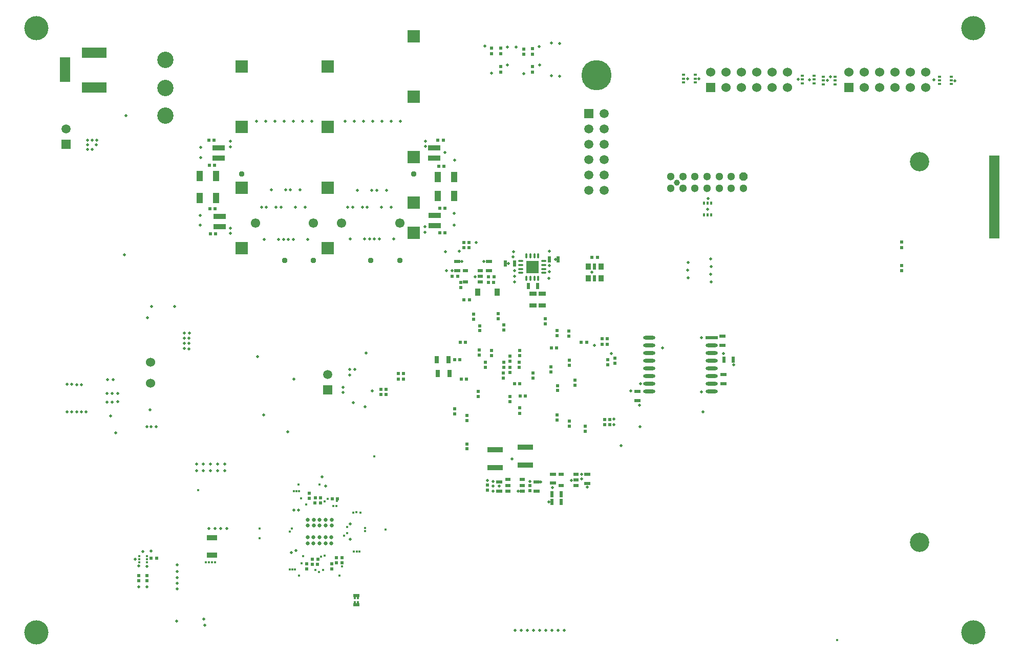
<source format=gbr>
%FSTAX23Y23*%
%MOIN*%
%SFA1B1*%

%IPPOS*%
%AMD83*
4,1,8,-0.012800,-0.025600,0.012800,-0.025600,0.025600,-0.012800,0.025600,0.012800,0.012800,0.025600,-0.012800,0.025600,-0.025600,0.012800,-0.025600,-0.012800,-0.012800,-0.025600,0.0*
%
%ADD23R,0.039370X0.023622*%
%ADD24R,0.021654X0.023622*%
%ADD25R,0.023622X0.021654*%
%ADD26R,0.023622X0.039370*%
%ADD30R,0.027559X0.051181*%
%ADD31R,0.066929X0.035433*%
%ADD32R,0.051181X0.027559*%
%ADD33R,0.102362X0.035433*%
%ADD73R,0.060000X0.060000*%
%ADD74C,0.060000*%
%ADD75R,0.065000X0.160000*%
%ADD76R,0.160000X0.065000*%
%ADD77C,0.125984*%
%ADD78C,0.157480*%
%ADD79C,0.061024*%
%ADD80C,0.106299*%
%ADD81C,0.039370*%
%ADD82C,0.051181*%
G04~CAMADD=83~4~0.0~0.0~511.8~511.8~0.0~128.0~0~0.0~0.0~0.0~0.0~0~0.0~0.0~0.0~0.0~0~0.0~0.0~0.0~180.0~512.0~512.0*
%ADD83D83*%
%ADD84R,0.059055X0.059055*%
%ADD85C,0.059055*%
%ADD86C,0.037401*%
%ADD87R,0.078740X0.078740*%
%ADD88C,0.196850*%
%ADD90C,0.020000*%
%ADD91C,0.015000*%
%ADD92C,0.025000*%
%ADD93C,0.019685*%
%ADD115R,0.082677X0.035433*%
%ADD116R,0.023622X0.016535*%
%ADD117O,0.023622X0.016535*%
%ADD118R,0.037401X0.023622*%
%ADD119O,0.037401X0.011811*%
%ADD120O,0.011811X0.037401*%
%ADD121R,0.082677X0.082677*%
%ADD122R,0.016535X0.023622*%
%ADD123O,0.016535X0.023622*%
%ADD124R,0.078740X0.023622*%
%ADD125O,0.078740X0.023622*%
%ADD126R,0.017716X0.013504*%
%ADD127R,0.035433X0.039370*%
%ADD128R,0.019685X0.039370*%
%ADD129R,0.035827X0.048031*%
%ADD130R,0.043307X0.066929*%
%ADD147R,0.070000X0.544015*%
%LNatfc_soldermask_bot-1*%
%LPD*%
G54D23*
X05714Y03952D03*
Y03893D03*
X04852Y01776D03*
Y01717D03*
X0724Y03216D03*
Y03157D03*
X06682Y03046D03*
Y03105D03*
X07236Y03407D03*
Y03466D03*
X05783Y02457D03*
Y02516D03*
X06025Y02457D03*
Y02516D03*
X06131Y02567D03*
Y02508D03*
X06354Y02566D03*
Y02507D03*
X05507Y03893D03*
Y03952D03*
G54D24*
X04691Y01949D03*
Y01982D03*
X04546Y02443D03*
Y0241D03*
X04528Y0195D03*
Y01983D03*
X05531Y03817D03*
Y03782D03*
X04723Y02023D03*
Y01989D03*
X04758Y01988D03*
Y02022D03*
X03487Y01872D03*
Y01906D03*
X03435Y01872D03*
Y01906D03*
X05999Y05187D03*
Y05221D03*
X05793Y05187D03*
Y05221D03*
X05999Y05338D03*
Y05304D03*
X0594Y05337D03*
Y05303D03*
X05793Y05341D03*
Y05307D03*
X05733Y05341D03*
Y05307D03*
X05553Y04075D03*
Y04041D03*
X05586Y04075D03*
Y04041D03*
X05157Y03222D03*
Y03187D03*
X05125Y03222D03*
Y03187D03*
X06484Y03449D03*
Y03414D03*
X06451Y03449D03*
Y03414D03*
X0501Y0312D03*
Y03086D03*
X05044Y0312D03*
Y03086D03*
X06535Y03324D03*
Y0329D03*
X06489Y03314D03*
Y0328D03*
X0634Y02845D03*
Y0288D03*
X08401Y04044D03*
Y04078D03*
X08402Y03925D03*
Y03891D03*
X065Y02923D03*
Y02888D03*
X05915Y02964D03*
Y02998D03*
X05705Y02462D03*
Y02495D03*
X05982Y0246D03*
Y02493D03*
X05616Y0361D03*
Y03577D03*
X05775Y03613D03*
Y0358D03*
X05655Y03501D03*
Y03534D03*
X05812Y03506D03*
Y03539D03*
X05852Y03303D03*
Y03336D03*
X05915Y0334D03*
Y03373D03*
X05913Y03263D03*
Y03296D03*
X0585Y03038D03*
Y03071D03*
X05733Y0334D03*
Y03373D03*
X05692Y03297D03*
Y03264D03*
X0585Y03229D03*
Y03262D03*
X05811Y03297D03*
Y03264D03*
X05653Y03343D03*
Y03376D03*
X06237Y03276D03*
Y03309D03*
X06117Y03233D03*
Y03266D03*
X06276Y03145D03*
Y03178D03*
X05646Y03073D03*
Y03106D03*
X05492Y02993D03*
Y02959D03*
X0557Y02916D03*
Y02949D03*
Y02764D03*
Y02731D03*
X06002Y03193D03*
Y03226D03*
X0616Y03111D03*
Y03144D03*
X06159Y02952D03*
Y02919D03*
X06238Y02879D03*
Y02912D03*
X06082Y03579D03*
Y03546D03*
X06157Y03502D03*
Y03469D03*
X06236Y035D03*
Y03467D03*
X05807Y03225D03*
Y03191D03*
X06468Y02888D03*
Y02923D03*
G54D25*
X04729Y02405D03*
X04695D03*
X05476Y03857D03*
X05511D03*
X05747Y03854D03*
X05712D03*
X04565Y0198D03*
X04599D03*
X04583Y0238D03*
X04617D03*
X046Y02012D03*
X04566D03*
X04618Y02412D03*
X04584D03*
X05588Y03702D03*
X05553D03*
X0355Y02019D03*
X03515D03*
X03898Y04295D03*
X03932D03*
X039Y04132D03*
X03934D03*
X05423Y04574D03*
X05389D03*
X05417Y04744D03*
X05383D03*
X03894Y0458D03*
X03928D03*
X0389Y04742D03*
X03924D03*
X05428Y043D03*
X05394D03*
X05428Y0414D03*
X05394D03*
X05712Y03815D03*
X05746D03*
X05914Y03157D03*
X0588D03*
X05918Y03077D03*
X05952D03*
X05524Y03311D03*
X05491D03*
X05529Y03427D03*
X05563D03*
X05569Y03185D03*
X05535D03*
X06154Y03389D03*
X06121D03*
X06316Y03425D03*
X0635D03*
X0642Y03979D03*
X06386D03*
G54D26*
X06126Y02387D03*
X06186D03*
Y02437D03*
X06126D03*
X05972Y03792D03*
X06031D03*
X0588Y03939D03*
X0582D03*
X06107Y03966D03*
X06166D03*
X07246Y03314D03*
X07305D03*
G54D30*
X05383Y03224D03*
X05458D03*
X0545Y03311D03*
X05375D03*
G54D31*
X0391Y02152D03*
Y02038D03*
G54D32*
X06Y03742D03*
Y03667D03*
X06062D03*
Y03742D03*
G54D33*
X05754Y0261D03*
Y02725D03*
X05952Y02742D03*
Y02627D03*
G54D73*
X08059Y05085D03*
X07159D03*
G54D74*
X08159Y05085D03*
X08259D03*
X08359D03*
X08459D03*
X08559D03*
X08059Y05185D03*
X08159D03*
X08259D03*
X08359D03*
X08459D03*
X08559D03*
X07259Y05085D03*
X07359D03*
X07459D03*
X07559D03*
X07659D03*
X07159Y05185D03*
X07259D03*
X07359D03*
X07459D03*
X07559D03*
X07659D03*
X0351Y03296D03*
Y03159D03*
G54D75*
X02956Y05204D03*
G54D76*
X03145Y05314D03*
Y05086D03*
G54D77*
X08519Y02121D03*
Y04602D03*
G54D78*
X08869Y05474D03*
X02769D03*
Y01537D03*
X08869D03*
G54D79*
X04756Y04202D03*
X05134D03*
X04195D03*
X04573D03*
G54D80*
X03608Y05084D03*
Y05265D03*
Y04902D03*
G54D81*
X06938Y04467D03*
G54D82*
X06899Y04428D03*
X06978D03*
X07056D03*
X07135D03*
X07214D03*
X07292D03*
X07371D03*
X06899Y04507D03*
X06978D03*
X07056D03*
X07135D03*
X07214D03*
X07292D03*
G54D83*
X07371Y04507D03*
G54D84*
X04666Y03115D03*
X06364Y04917D03*
X0296Y04715D03*
G54D85*
X04666Y03215D03*
X06464Y04917D03*
X06364Y04817D03*
X06464D03*
X06364Y04717D03*
X06464D03*
X06364Y04617D03*
X06464D03*
X06364Y04517D03*
X06464D03*
X06364Y04417D03*
X06464D03*
X0296Y04815D03*
G54D86*
X05134Y03958D03*
X04945D03*
X04384D03*
X04573D03*
X05226Y04521D03*
X04104D03*
G54D87*
X05226Y05418D03*
Y05025D03*
Y04631D03*
Y04336D03*
Y04139D03*
X04104Y05221D03*
Y04828D03*
Y04434D03*
Y0404D03*
X04665D03*
Y04434D03*
Y04828D03*
Y05221D03*
G54D88*
X06414Y05167D03*
G54D90*
X08613Y05137D03*
X08748Y05129D03*
X07938Y05157D03*
X07917Y05132D03*
X06403Y03405D03*
X07082Y05144D03*
X07008D03*
X07803Y05137D03*
X07728Y05138D03*
X06318Y02537D03*
X04954Y0311D03*
X04297Y04419D03*
X04391D03*
X04422D03*
X04485D03*
X04454Y04307D03*
X0436D03*
X04858Y04417D03*
X04952D03*
X04984D03*
X05047D03*
X05015Y04305D03*
X04921D03*
X05905Y02456D03*
X04653Y02488D03*
X03492Y03586D03*
X0483Y03031D03*
X04909Y03007D03*
X07307Y03279D03*
X0724Y03354D03*
X06385Y03881D03*
X05523Y04019D03*
X06251Y02527D03*
X03547Y02877D03*
X03515D03*
X03488D03*
X03342Y03996D03*
X03838Y04629D03*
Y04696D03*
X03834Y04251D03*
Y04188D03*
X05429Y04661D03*
X05492Y04614D03*
X05488Y04267D03*
Y04188D03*
X07137Y04291D03*
X07141Y04362D03*
X04208Y03334D03*
X0346Y02062D03*
X04916Y03357D03*
X0594Y05177D03*
X05733Y05178D03*
X06175Y05372D03*
X06122Y05375D03*
X05431Y04015D03*
X0563Y04075D03*
X06513Y03352D03*
X04247Y02952D03*
X03261Y03037D03*
X03262Y03094D03*
X03269Y03184D03*
X03297Y03038D03*
Y03094D03*
X03232Y03183D03*
X03286Y02837D03*
X04406Y02842D03*
X04628Y02549D03*
X04445Y03187D03*
X06205Y0155D03*
X06085D03*
X05885D03*
X06165D03*
X06125D03*
X06045D03*
X05965D03*
X05925D03*
X06005D03*
X03413Y02014D03*
X03487Y01832D03*
X03435Y01833D03*
X04841Y0325D03*
X04807Y03214D03*
Y0325D03*
X04765Y03134D03*
Y03099D03*
X04031Y04137D03*
X03865Y01584D03*
X03517Y0366D03*
X03352Y04904D03*
X03252Y02947D03*
X05298Y04144D03*
Y04179D03*
X053Y04702D03*
Y04735D03*
X04032Y047D03*
Y04735D03*
X04031Y0417D03*
X04778Y04865D03*
X04838D03*
X04898D03*
X04958D03*
X05018D03*
X05078D03*
X05138D03*
X04562Y04865D03*
X04502D03*
X04442D03*
X04382D03*
X04322D03*
X04262D03*
X04202D03*
X04408Y04097D03*
X04251D03*
X04345D03*
X04811Y041D03*
X04906D03*
X04328Y04307D03*
X0489Y04305D03*
X04827D03*
X05078D03*
X04795D03*
X04265Y04307D03*
X04234D03*
X05094Y041D03*
X05D03*
X04968D03*
X04937D03*
X04534Y04097D03*
X0444D03*
X04377D03*
X0701Y03845D03*
X07009Y03895D03*
X0701Y03947D03*
X03435Y01968D03*
X03487Y01966D03*
X06046Y05232D03*
X05893Y0535D03*
X06043Y05352D03*
X05836Y05234D03*
Y0535D03*
X05689Y05355D03*
X06846Y0339D03*
X05865Y02667D03*
X06318Y02566D03*
X05982Y0252D03*
X05743Y0252D03*
X05705Y02525D03*
X06638Y0311D03*
X07099Y03102D03*
Y03455D03*
X05743Y02457D03*
Y02489D03*
X05474Y03892D03*
X03227Y03093D03*
X03228Y03037D03*
X03507Y02985D03*
X03101Y04741D03*
X03132Y04742D03*
X03162D03*
X03101Y04711D03*
X03157Y04712D03*
X031Y04681D03*
X03133Y04682D03*
X03668Y03659D03*
X02967Y02973D03*
X02999D03*
X0303D03*
X0306D03*
X0309D03*
X02969Y03151D03*
X02998D03*
X0303Y0315D03*
X03062Y03149D03*
X03813Y0259D03*
X03856D03*
X03902D03*
X03948D03*
X03996D03*
Y02634D03*
X03948D03*
X03902D03*
X03856D03*
X03813D03*
X03893Y02212D03*
X03931Y02214D03*
X03968Y02212D03*
X04007Y02214D03*
X03686Y01819D03*
Y01857D03*
Y01894D03*
Y01934D03*
Y01975D03*
X03681Y01609D03*
X03858Y01621D03*
X04444Y02332D03*
X04474D03*
X04427Y02055D03*
X04459Y0207D03*
X04811Y02142D03*
X04812Y02244D03*
X06109Y03927D03*
X06108Y04019D03*
X05876Y04017D03*
X05873Y03982D03*
X0588Y03892D03*
Y0382D03*
X0584Y03939D03*
X06147Y03965D03*
X05439Y03892D03*
X05625Y03854D03*
X05539Y03952D03*
X05681D03*
X05783Y0249D03*
X06053Y02515D03*
X06354Y02482D03*
X06129Y0248D03*
X06105Y02387D03*
X06701Y03157D03*
X06122Y05162D03*
X06174Y0516D03*
X03763Y03384D03*
Y03419D03*
X03764Y03485D03*
X03763Y03454D03*
X0373Y03385D03*
Y0342D03*
X03731Y03485D03*
Y03454D03*
X04517Y04307D03*
X06107Y03887D03*
X06106Y03842D03*
X0588Y03857D03*
X07108Y02973D03*
X06698Y02876D03*
X06696Y03015D03*
X06527Y02889D03*
Y02925D03*
X06574Y02751D03*
X03514Y02065D03*
X07159Y0397D03*
X0716Y0392D03*
X07157Y0387D03*
X07162Y0382D03*
G54D91*
X0798Y01487D03*
X04967Y02682D03*
X04791Y02181D03*
X0477Y02167D03*
X04791Y02224D03*
X04645Y02035D03*
X04432Y02212D03*
X0387Y01992D03*
X04758Y01966D03*
X04665Y02405D03*
X04492Y02409D03*
X04724Y02393D03*
X04723Y0236D03*
X04703D03*
X04908Y02215D03*
Y02197D03*
X04872Y02064D03*
X04854D03*
X04836D03*
X04612Y02499D03*
X04222Y0215D03*
X04222Y02212D03*
X04418Y02194D03*
X04609Y0193D03*
X04634Y01944D03*
X04585D03*
X04476Y025D03*
X0382Y02464D03*
X04478Y01905D03*
Y02455D03*
X04461Y02455D03*
X04445Y02455D03*
X04525Y0237D03*
X0462Y0238D03*
X04528Y01986D03*
X04452Y01945D03*
X04435D03*
X04418D03*
X04495Y01987D03*
X04692Y01985D03*
X04723Y01987D03*
X04546Y02407D03*
X04723Y02025D03*
X04506Y02032D03*
X0483Y02317D03*
X04853Y02319D03*
X04878Y02317D03*
X0474Y01905D03*
X04623Y0203D03*
X03893Y01992D03*
X03913D03*
X03933D03*
X04645Y02389D03*
X04842Y01759D03*
X04862D03*
X04842Y01732D03*
X04862D03*
X05041Y02207D03*
G54D92*
X04689Y02117D03*
X04612D03*
X04534D03*
X04573D03*
X0465D03*
X04689Y02155D03*
X04612D03*
X04534D03*
X04573D03*
X0465D03*
X0469Y02232D03*
X04535D03*
X04574D03*
X04651D03*
X0469Y0227D03*
X04535D03*
X04574D03*
X04652D03*
X04613D03*
X04612Y02232D03*
G54D93*
X06019Y03938D03*
Y03895D03*
X05976D03*
Y03938D03*
G54D115*
X03963Y04245D03*
Y04178D03*
X05358Y04626D03*
Y04693D03*
X03955Y04627D03*
Y04694D03*
X05363Y04254D03*
Y04187D03*
G54D116*
X08649Y05109D03*
Y05133D03*
Y05157D03*
X08724Y05109D03*
Y05133D03*
X07967Y05156D03*
Y05132D03*
Y05107D03*
X07892Y05156D03*
Y05132D03*
X06982Y05144D03*
Y05168D03*
X07057Y0512D03*
Y05144D03*
Y05168D03*
X07831Y05138D03*
Y05114D03*
X07756Y05162D03*
Y05138D03*
Y05114D03*
G54D117*
X08724Y05157D03*
X07892Y05107D03*
X06982Y0512D03*
X07831Y05162D03*
G54D118*
X05933Y02494D03*
Y02531D03*
Y02456D03*
X05837D03*
Y02531D03*
Y02494D03*
X06282Y02491D03*
Y02566D03*
Y02529D03*
X06186Y02491D03*
Y02566D03*
X05658Y03818D03*
Y03893D03*
Y03855D03*
X05562Y03818D03*
Y03893D03*
G54D119*
X06071Y03878D03*
Y03955D03*
Y03904D03*
Y03929D03*
X05923Y03878D03*
Y03955D03*
Y03904D03*
Y03929D03*
G54D120*
X06036Y03842D03*
Y0399D03*
X0601Y03842D03*
X05984D03*
X05959D03*
X0601Y0399D03*
X05984D03*
X05959D03*
G54D121*
X05997Y03916D03*
G54D122*
X07163Y04331D03*
X07139D03*
X07114D03*
X07139Y04257D03*
X07114D03*
G54D123*
X07163Y04257D03*
G54D124*
X07164Y03457D03*
G54D125*
X07164Y03407D03*
Y03357D03*
Y03307D03*
Y03257D03*
Y03207D03*
Y03157D03*
Y03107D03*
X06758Y03457D03*
Y03407D03*
Y03357D03*
Y03307D03*
Y03257D03*
Y03207D03*
Y03157D03*
Y03107D03*
G54D126*
X03437Y02034D03*
Y02014D03*
Y01994D03*
X03487D03*
Y02014D03*
Y02034D03*
G54D127*
X0636Y03844D03*
Y03919D03*
X06444Y03844D03*
Y03919D03*
G54D128*
X06402Y03844D03*
Y03919D03*
G54D129*
X0564Y03751D03*
X05769D03*
G54D130*
X03939Y04367D03*
X03833D03*
X05381Y04502D03*
X05487D03*
X03939Y04508D03*
X03833D03*
X05381Y04378D03*
X05487D03*
G54D147*
X09004Y04373D03*
M02*
</source>
